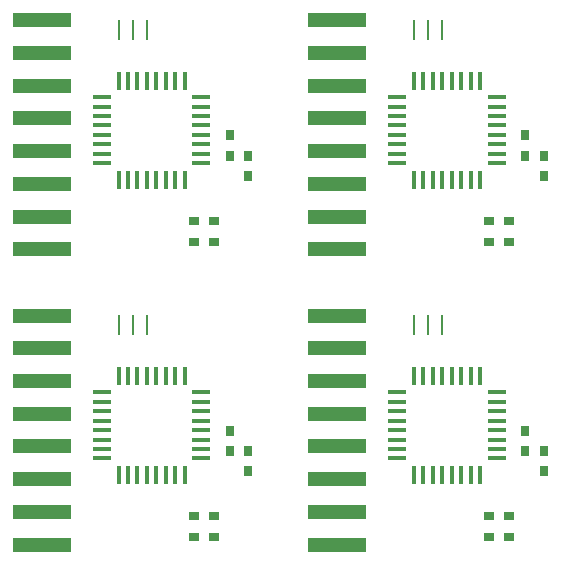
<source format=gtp>
%MOIN*%
%OFA0B0*%
%FSLAX26Y26*%
%IPPOS*%
%LPD*%
%ADD31R,0.007868X0.066923*%
%ADD35R,0.059049X0.011805*%
%ADD37R,0.011805X0.059049*%
%ADD39R,0.03149X0.035427*%
%ADD41R,0.035427X0.03149*%
%ADD43R,0.19212X0.04662*%
%ADD75R,0.007868X0.066923*%
%ADD79R,0.059049X0.011805*%
%ADD81R,0.011805X0.059049*%
%ADD83R,0.03149X0.035427*%
%ADD85R,0.035427X0.03149*%
%ADD87R,0.19212X0.04662*%
%ADD119R,0.007868X0.066923*%
%ADD123R,0.059049X0.011805*%
%ADD125R,0.011805X0.059049*%
%ADD127R,0.03149X0.035427*%
%ADD129R,0.035427X0.03149*%
%ADD131R,0.19212X0.04662*%
%ADD163R,0.007868X0.066923*%
%ADD167R,0.059049X0.011805*%
%ADD169R,0.011805X0.059049*%
%ADD171R,0.03149X0.035427*%
%ADD173R,0.035427X0.03149*%
%ADD175R,0.19212X0.04662*%
%LPD*%
G90*
G75*
G01*
D43*
X-00314960Y-00314960D02*
X00184990Y00109990D03*
X00184990Y00218990D03*
X00184990Y00327990D03*
X00184990Y00436989D03*
X00184990Y00545990D03*
X00184990Y00654990D03*
X00184990Y00763990D03*
X00185040Y00873029D03*
D41*
X00691238Y00134988D03*
X00758168Y00134988D03*
X00691238Y00203739D03*
X00758168Y00203739D03*
D39*
X00872490Y00353739D03*
X00872490Y00420668D03*
X00809990Y00422488D03*
X00809990Y00489417D03*
D37*
X00659990Y00672488D03*
X00628494Y00672488D03*
X00596998Y00672488D03*
X00565501Y00672488D03*
X00534005Y00672488D03*
X00502509Y00672488D03*
X00471013Y00672488D03*
X00439517Y00672488D03*
D35*
X00384399Y00617370D03*
X00384399Y00585874D03*
X00384399Y00554378D03*
X00384399Y00522881D03*
X00384399Y00491386D03*
X00384399Y00459890D03*
X00384399Y00428394D03*
X00384399Y00396898D03*
D37*
X00439517Y00341780D03*
X00471013Y00341780D03*
X00502509Y00341780D03*
X00534005Y00341780D03*
X00565501Y00341780D03*
X00596998Y00341780D03*
X00628494Y00341780D03*
X00659990Y00341780D03*
D35*
X00715108Y00396898D03*
X00715108Y00428394D03*
X00715108Y00459890D03*
X00715108Y00491386D03*
X00715108Y00522881D03*
X00715108Y00554378D03*
X00715108Y00585874D03*
X00715108Y00617370D03*
D31*
X00534988Y00841239D03*
X00487744Y00841239D03*
X00440500Y00841239D03*
G90*
G75*
G01*
D87*
X-00314960Y00669291D02*
X00184990Y01094242D03*
X00184990Y01203242D03*
X00184990Y01312241D03*
X00184990Y01421242D03*
X00184990Y01530242D03*
X00184990Y01639242D03*
X00184990Y01748242D03*
X00185040Y01857281D03*
D85*
X00691238Y01119240D03*
X00758168Y01119240D03*
X00691238Y01187991D03*
X00758168Y01187991D03*
D83*
X00872490Y01337991D03*
X00872490Y01404920D03*
X00809990Y01406739D03*
X00809990Y01473669D03*
D81*
X00659990Y01656740D03*
X00628494Y01656740D03*
X00596998Y01656740D03*
X00565501Y01656740D03*
X00534005Y01656740D03*
X00502509Y01656740D03*
X00471013Y01656740D03*
X00439517Y01656740D03*
D79*
X00384399Y01601621D03*
X00384399Y01570126D03*
X00384399Y01538630D03*
X00384399Y01507134D03*
X00384399Y01475638D03*
X00384399Y01444142D03*
X00384399Y01412646D03*
X00384399Y01381150D03*
D81*
X00439517Y01326031D03*
X00471013Y01326031D03*
X00502509Y01326031D03*
X00534005Y01326031D03*
X00565501Y01326031D03*
X00596998Y01326031D03*
X00628494Y01326031D03*
X00659990Y01326031D03*
D79*
X00715108Y01381150D03*
X00715108Y01412646D03*
X00715108Y01444142D03*
X00715108Y01475638D03*
X00715108Y01507134D03*
X00715108Y01538630D03*
X00715108Y01570126D03*
X00715108Y01601621D03*
D75*
X00534988Y01825491D03*
X00487744Y01825491D03*
X00440500Y01825491D03*
G04 next file*
%LPD*%
G90*
G75*
G01*
D131*
X00669291Y00669291D02*
X01169242Y01094242D03*
X01169242Y01203242D03*
X01169242Y01312241D03*
X01169242Y01421242D03*
X01169242Y01530242D03*
X01169242Y01639242D03*
X01169242Y01748242D03*
X01169292Y01857281D03*
D129*
X01675491Y01119240D03*
X01742420Y01119240D03*
X01675491Y01187991D03*
X01742420Y01187991D03*
D127*
X01856742Y01337991D03*
X01856742Y01404920D03*
X01794242Y01406739D03*
X01794242Y01473669D03*
D125*
X01644242Y01656740D03*
X01612746Y01656740D03*
X01581250Y01656740D03*
X01549753Y01656740D03*
X01518257Y01656740D03*
X01486761Y01656740D03*
X01455264Y01656740D03*
X01423769Y01656740D03*
D123*
X01368651Y01601621D03*
X01368651Y01570126D03*
X01368651Y01538630D03*
X01368651Y01507134D03*
X01368651Y01475638D03*
X01368651Y01444142D03*
X01368651Y01412646D03*
X01368651Y01381150D03*
D125*
X01423769Y01326031D03*
X01455264Y01326031D03*
X01486761Y01326031D03*
X01518257Y01326031D03*
X01549753Y01326031D03*
X01581250Y01326031D03*
X01612746Y01326031D03*
X01644242Y01326031D03*
D123*
X01699358Y01381150D03*
X01699358Y01412646D03*
X01699358Y01444142D03*
X01699358Y01475638D03*
X01699358Y01507134D03*
X01699358Y01538630D03*
X01699358Y01570126D03*
X01699358Y01601621D03*
D119*
X01519240Y01825491D03*
X01471996Y01825491D03*
X01424752Y01825491D03*
G04 next file*
G04 DipTrace 3.3.1.1*
G04 TopPaste.gtp*
G04 #@! TF.FileFunction,Paste,Top*
G04 #@! TF.Part,Single*
G04*
G04 skipping 70
G90*
G75*
G01*
G04 TopPaste*
D175*
X00669291Y-00314960D02*
X01169242Y00109990D03*
X01169242Y00218990D03*
X01169242Y00327990D03*
X01169242Y00436989D03*
X01169242Y00545990D03*
X01169242Y00654990D03*
X01169242Y00763990D03*
X01169292Y00873029D03*
D173*
X01675491Y00134988D03*
X01742420Y00134988D03*
X01675491Y00203739D03*
X01742420Y00203739D03*
D171*
X01856742Y00353739D03*
X01856742Y00420668D03*
X01794242Y00422488D03*
X01794242Y00489417D03*
D169*
X01644242Y00672488D03*
X01612746Y00672488D03*
X01581250Y00672488D03*
X01549753Y00672488D03*
X01518257Y00672488D03*
X01486761Y00672488D03*
X01455264Y00672488D03*
X01423769Y00672488D03*
D167*
X01368651Y00617370D03*
X01368651Y00585874D03*
X01368651Y00554378D03*
X01368651Y00522881D03*
X01368651Y00491386D03*
X01368651Y00459890D03*
X01368651Y00428394D03*
X01368651Y00396898D03*
D169*
X01423769Y00341780D03*
X01455264Y00341780D03*
X01486761Y00341780D03*
X01518257Y00341780D03*
X01549753Y00341780D03*
X01581250Y00341780D03*
X01612746Y00341780D03*
X01644242Y00341780D03*
D167*
X01699358Y00396898D03*
X01699358Y00428394D03*
X01699358Y00459890D03*
X01699358Y00491386D03*
X01699358Y00522881D03*
X01699358Y00554378D03*
X01699358Y00585874D03*
X01699358Y00617370D03*
D163*
X01519240Y00841239D03*
X01471996Y00841239D03*
X01424752Y00841239D03*
M02*
</source>
